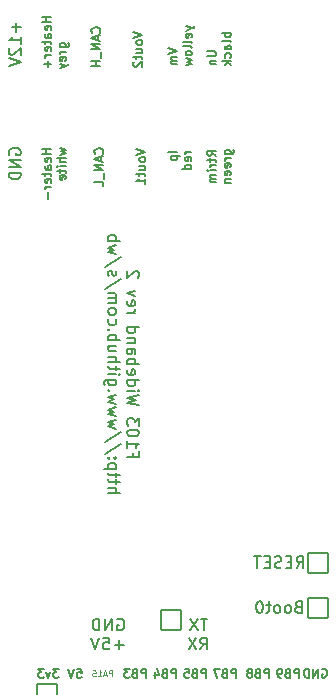
<source format=gbo>
G04 #@! TF.GenerationSoftware,KiCad,Pcbnew,6.0.4-6f826c9f35~116~ubuntu18.04.1*
G04 #@! TF.CreationDate,2022-04-10T17:08:25+03:00*
G04 #@! TF.ProjectId,wideband_controller,77696465-6261-46e6-945f-636f6e74726f,rev?*
G04 #@! TF.SameCoordinates,Original*
G04 #@! TF.FileFunction,Legend,Bot*
G04 #@! TF.FilePolarity,Positive*
%FSLAX46Y46*%
G04 Gerber Fmt 4.6, Leading zero omitted, Abs format (unit mm)*
G04 Created by KiCad (PCBNEW 6.0.4-6f826c9f35~116~ubuntu18.04.1) date 2022-04-10 17:08:25*
%MOMM*%
%LPD*%
G01*
G04 APERTURE LIST*
G04 Aperture macros list*
%AMRoundRect*
0 Rectangle with rounded corners*
0 $1 Rounding radius*
0 $2 $3 $4 $5 $6 $7 $8 $9 X,Y pos of 4 corners*
0 Add a 4 corners polygon primitive as box body*
4,1,4,$2,$3,$4,$5,$6,$7,$8,$9,$2,$3,0*
0 Add four circle primitives for the rounded corners*
1,1,$1+$1,$2,$3*
1,1,$1+$1,$4,$5*
1,1,$1+$1,$6,$7*
1,1,$1+$1,$8,$9*
0 Add four rect primitives between the rounded corners*
20,1,$1+$1,$2,$3,$4,$5,0*
20,1,$1+$1,$4,$5,$6,$7,0*
20,1,$1+$1,$6,$7,$8,$9,0*
20,1,$1+$1,$8,$9,$2,$3,0*%
G04 Aperture macros list end*
%ADD10C,0.150000*%
%ADD11C,0.127000*%
%ADD12C,0.100000*%
%ADD13C,4.098000*%
%ADD14C,2.248000*%
%ADD15RoundRect,0.049000X0.850000X0.850000X-0.850000X0.850000X-0.850000X-0.850000X0.850000X-0.850000X0*%
%ADD16C,2.878000*%
%ADD17RoundRect,0.049000X-0.850000X0.850000X-0.850000X-0.850000X0.850000X-0.850000X0.850000X0.850000X0*%
%ADD18O,1.798000X1.798000*%
%ADD19RoundRect,0.049000X0.850000X-0.850000X0.850000X0.850000X-0.850000X0.850000X-0.850000X-0.850000X0*%
G04 APERTURE END LIST*
D10*
X128359028Y-91064409D02*
X128359028Y-91397742D01*
X127835219Y-91397742D02*
X128835219Y-91397742D01*
X128835219Y-90921552D01*
X127835219Y-90016790D02*
X127835219Y-90588219D01*
X127835219Y-90302504D02*
X128835219Y-90302504D01*
X128692361Y-90397742D01*
X128597123Y-90492980D01*
X128549504Y-90588219D01*
X128835219Y-89397742D02*
X128835219Y-89302504D01*
X128787600Y-89207266D01*
X128739980Y-89159647D01*
X128644742Y-89112028D01*
X128454266Y-89064409D01*
X128216171Y-89064409D01*
X128025695Y-89112028D01*
X127930457Y-89159647D01*
X127882838Y-89207266D01*
X127835219Y-89302504D01*
X127835219Y-89397742D01*
X127882838Y-89492980D01*
X127930457Y-89540600D01*
X128025695Y-89588219D01*
X128216171Y-89635838D01*
X128454266Y-89635838D01*
X128644742Y-89588219D01*
X128739980Y-89540600D01*
X128787600Y-89492980D01*
X128835219Y-89397742D01*
X128835219Y-88731076D02*
X128835219Y-88112028D01*
X128454266Y-88445361D01*
X128454266Y-88302504D01*
X128406647Y-88207266D01*
X128359028Y-88159647D01*
X128263790Y-88112028D01*
X128025695Y-88112028D01*
X127930457Y-88159647D01*
X127882838Y-88207266D01*
X127835219Y-88302504D01*
X127835219Y-88588219D01*
X127882838Y-88683457D01*
X127930457Y-88731076D01*
X128835219Y-87016790D02*
X127835219Y-86778695D01*
X128549504Y-86588219D01*
X127835219Y-86397742D01*
X128835219Y-86159647D01*
X127835219Y-85778695D02*
X128501885Y-85778695D01*
X128835219Y-85778695D02*
X128787600Y-85826314D01*
X128739980Y-85778695D01*
X128787600Y-85731076D01*
X128835219Y-85778695D01*
X128739980Y-85778695D01*
X127835219Y-84873933D02*
X128835219Y-84873933D01*
X127882838Y-84873933D02*
X127835219Y-84969171D01*
X127835219Y-85159647D01*
X127882838Y-85254885D01*
X127930457Y-85302504D01*
X128025695Y-85350123D01*
X128311409Y-85350123D01*
X128406647Y-85302504D01*
X128454266Y-85254885D01*
X128501885Y-85159647D01*
X128501885Y-84969171D01*
X128454266Y-84873933D01*
X127882838Y-84016790D02*
X127835219Y-84112028D01*
X127835219Y-84302504D01*
X127882838Y-84397742D01*
X127978076Y-84445361D01*
X128359028Y-84445361D01*
X128454266Y-84397742D01*
X128501885Y-84302504D01*
X128501885Y-84112028D01*
X128454266Y-84016790D01*
X128359028Y-83969171D01*
X128263790Y-83969171D01*
X128168552Y-84445361D01*
X127835219Y-83540600D02*
X128835219Y-83540600D01*
X128454266Y-83540600D02*
X128501885Y-83445361D01*
X128501885Y-83254885D01*
X128454266Y-83159647D01*
X128406647Y-83112028D01*
X128311409Y-83064409D01*
X128025695Y-83064409D01*
X127930457Y-83112028D01*
X127882838Y-83159647D01*
X127835219Y-83254885D01*
X127835219Y-83445361D01*
X127882838Y-83540600D01*
X127835219Y-82207266D02*
X128359028Y-82207266D01*
X128454266Y-82254885D01*
X128501885Y-82350123D01*
X128501885Y-82540600D01*
X128454266Y-82635838D01*
X127882838Y-82207266D02*
X127835219Y-82302504D01*
X127835219Y-82540600D01*
X127882838Y-82635838D01*
X127978076Y-82683457D01*
X128073314Y-82683457D01*
X128168552Y-82635838D01*
X128216171Y-82540600D01*
X128216171Y-82302504D01*
X128263790Y-82207266D01*
X128501885Y-81731076D02*
X127835219Y-81731076D01*
X128406647Y-81731076D02*
X128454266Y-81683457D01*
X128501885Y-81588219D01*
X128501885Y-81445361D01*
X128454266Y-81350123D01*
X128359028Y-81302504D01*
X127835219Y-81302504D01*
X127835219Y-80397742D02*
X128835219Y-80397742D01*
X127882838Y-80397742D02*
X127835219Y-80492980D01*
X127835219Y-80683457D01*
X127882838Y-80778695D01*
X127930457Y-80826314D01*
X128025695Y-80873933D01*
X128311409Y-80873933D01*
X128406647Y-80826314D01*
X128454266Y-80778695D01*
X128501885Y-80683457D01*
X128501885Y-80492980D01*
X128454266Y-80397742D01*
X127835219Y-79159647D02*
X128501885Y-79159647D01*
X128311409Y-79159647D02*
X128406647Y-79112028D01*
X128454266Y-79064409D01*
X128501885Y-78969171D01*
X128501885Y-78873933D01*
X127882838Y-78159647D02*
X127835219Y-78254885D01*
X127835219Y-78445361D01*
X127882838Y-78540600D01*
X127978076Y-78588219D01*
X128359028Y-78588219D01*
X128454266Y-78540600D01*
X128501885Y-78445361D01*
X128501885Y-78254885D01*
X128454266Y-78159647D01*
X128359028Y-78112028D01*
X128263790Y-78112028D01*
X128168552Y-78588219D01*
X128501885Y-77778695D02*
X127835219Y-77540600D01*
X128501885Y-77302504D01*
X128739980Y-76207266D02*
X128787600Y-76159647D01*
X128835219Y-76064409D01*
X128835219Y-75826314D01*
X128787600Y-75731076D01*
X128739980Y-75683457D01*
X128644742Y-75635838D01*
X128549504Y-75635838D01*
X128406647Y-75683457D01*
X127835219Y-76254885D01*
X127835219Y-75635838D01*
X126225219Y-94421552D02*
X127225219Y-94421552D01*
X126225219Y-93992980D02*
X126749028Y-93992980D01*
X126844266Y-94040600D01*
X126891885Y-94135838D01*
X126891885Y-94278695D01*
X126844266Y-94373933D01*
X126796647Y-94421552D01*
X126891885Y-93659647D02*
X126891885Y-93278695D01*
X127225219Y-93516790D02*
X126368076Y-93516790D01*
X126272838Y-93469171D01*
X126225219Y-93373933D01*
X126225219Y-93278695D01*
X126891885Y-93088219D02*
X126891885Y-92707266D01*
X127225219Y-92945361D02*
X126368076Y-92945361D01*
X126272838Y-92897742D01*
X126225219Y-92802504D01*
X126225219Y-92707266D01*
X126891885Y-92373933D02*
X125891885Y-92373933D01*
X126844266Y-92373933D02*
X126891885Y-92278695D01*
X126891885Y-92088219D01*
X126844266Y-91992980D01*
X126796647Y-91945361D01*
X126701409Y-91897742D01*
X126415695Y-91897742D01*
X126320457Y-91945361D01*
X126272838Y-91992980D01*
X126225219Y-92088219D01*
X126225219Y-92278695D01*
X126272838Y-92373933D01*
X126320457Y-91469171D02*
X126272838Y-91421552D01*
X126225219Y-91469171D01*
X126272838Y-91516790D01*
X126320457Y-91469171D01*
X126225219Y-91469171D01*
X126844266Y-91469171D02*
X126796647Y-91421552D01*
X126749028Y-91469171D01*
X126796647Y-91516790D01*
X126844266Y-91469171D01*
X126749028Y-91469171D01*
X127272838Y-90278695D02*
X125987123Y-91135838D01*
X127272838Y-89231076D02*
X125987123Y-90088219D01*
X126891885Y-88992980D02*
X126225219Y-88802504D01*
X126701409Y-88612028D01*
X126225219Y-88421552D01*
X126891885Y-88231076D01*
X126891885Y-87945361D02*
X126225219Y-87754885D01*
X126701409Y-87564409D01*
X126225219Y-87373933D01*
X126891885Y-87183457D01*
X126891885Y-86897742D02*
X126225219Y-86707266D01*
X126701409Y-86516790D01*
X126225219Y-86326314D01*
X126891885Y-86135838D01*
X126320457Y-85754885D02*
X126272838Y-85707266D01*
X126225219Y-85754885D01*
X126272838Y-85802504D01*
X126320457Y-85754885D01*
X126225219Y-85754885D01*
X126891885Y-84850123D02*
X126082361Y-84850123D01*
X125987123Y-84897742D01*
X125939504Y-84945361D01*
X125891885Y-85040600D01*
X125891885Y-85183457D01*
X125939504Y-85278695D01*
X126272838Y-84850123D02*
X126225219Y-84945361D01*
X126225219Y-85135838D01*
X126272838Y-85231076D01*
X126320457Y-85278695D01*
X126415695Y-85326314D01*
X126701409Y-85326314D01*
X126796647Y-85278695D01*
X126844266Y-85231076D01*
X126891885Y-85135838D01*
X126891885Y-84945361D01*
X126844266Y-84850123D01*
X126225219Y-84373933D02*
X126891885Y-84373933D01*
X127225219Y-84373933D02*
X127177600Y-84421552D01*
X127129980Y-84373933D01*
X127177600Y-84326314D01*
X127225219Y-84373933D01*
X127129980Y-84373933D01*
X126891885Y-84040600D02*
X126891885Y-83659647D01*
X127225219Y-83897742D02*
X126368076Y-83897742D01*
X126272838Y-83850123D01*
X126225219Y-83754885D01*
X126225219Y-83659647D01*
X126225219Y-83326314D02*
X127225219Y-83326314D01*
X126225219Y-82897742D02*
X126749028Y-82897742D01*
X126844266Y-82945361D01*
X126891885Y-83040600D01*
X126891885Y-83183457D01*
X126844266Y-83278695D01*
X126796647Y-83326314D01*
X126891885Y-81992980D02*
X126225219Y-81992980D01*
X126891885Y-82421552D02*
X126368076Y-82421552D01*
X126272838Y-82373933D01*
X126225219Y-82278695D01*
X126225219Y-82135838D01*
X126272838Y-82040600D01*
X126320457Y-81992980D01*
X126225219Y-81516790D02*
X127225219Y-81516790D01*
X126844266Y-81516790D02*
X126891885Y-81421552D01*
X126891885Y-81231076D01*
X126844266Y-81135838D01*
X126796647Y-81088219D01*
X126701409Y-81040600D01*
X126415695Y-81040600D01*
X126320457Y-81088219D01*
X126272838Y-81135838D01*
X126225219Y-81231076D01*
X126225219Y-81421552D01*
X126272838Y-81516790D01*
X126320457Y-80612028D02*
X126272838Y-80564409D01*
X126225219Y-80612028D01*
X126272838Y-80659647D01*
X126320457Y-80612028D01*
X126225219Y-80612028D01*
X126272838Y-79707266D02*
X126225219Y-79802504D01*
X126225219Y-79992980D01*
X126272838Y-80088219D01*
X126320457Y-80135838D01*
X126415695Y-80183457D01*
X126701409Y-80183457D01*
X126796647Y-80135838D01*
X126844266Y-80088219D01*
X126891885Y-79992980D01*
X126891885Y-79802504D01*
X126844266Y-79707266D01*
X126225219Y-79135838D02*
X126272838Y-79231076D01*
X126320457Y-79278695D01*
X126415695Y-79326314D01*
X126701409Y-79326314D01*
X126796647Y-79278695D01*
X126844266Y-79231076D01*
X126891885Y-79135838D01*
X126891885Y-78992980D01*
X126844266Y-78897742D01*
X126796647Y-78850123D01*
X126701409Y-78802504D01*
X126415695Y-78802504D01*
X126320457Y-78850123D01*
X126272838Y-78897742D01*
X126225219Y-78992980D01*
X126225219Y-79135838D01*
X126225219Y-78373933D02*
X126891885Y-78373933D01*
X126796647Y-78373933D02*
X126844266Y-78326314D01*
X126891885Y-78231076D01*
X126891885Y-78088219D01*
X126844266Y-77992980D01*
X126749028Y-77945361D01*
X126225219Y-77945361D01*
X126749028Y-77945361D02*
X126844266Y-77897742D01*
X126891885Y-77802504D01*
X126891885Y-77659647D01*
X126844266Y-77564409D01*
X126749028Y-77516790D01*
X126225219Y-77516790D01*
X127272838Y-76326314D02*
X125987123Y-77183457D01*
X126272838Y-76040600D02*
X126225219Y-75945361D01*
X126225219Y-75754885D01*
X126272838Y-75659647D01*
X126368076Y-75612028D01*
X126415695Y-75612028D01*
X126510933Y-75659647D01*
X126558552Y-75754885D01*
X126558552Y-75897742D01*
X126606171Y-75992980D01*
X126701409Y-76040600D01*
X126749028Y-76040600D01*
X126844266Y-75992980D01*
X126891885Y-75897742D01*
X126891885Y-75754885D01*
X126844266Y-75659647D01*
X127272838Y-74469171D02*
X125987123Y-75326314D01*
X126891885Y-74231076D02*
X126225219Y-74040600D01*
X126701409Y-73850123D01*
X126225219Y-73659647D01*
X126891885Y-73469171D01*
X126225219Y-73088219D02*
X127225219Y-73088219D01*
X126844266Y-73088219D02*
X126891885Y-72992980D01*
X126891885Y-72802504D01*
X126844266Y-72707266D01*
X126796647Y-72659647D01*
X126701409Y-72612028D01*
X126415695Y-72612028D01*
X126320457Y-72659647D01*
X126272838Y-72707266D01*
X126225219Y-72802504D01*
X126225219Y-72992980D01*
X126272838Y-73088219D01*
D11*
X125748142Y-65713428D02*
X125784428Y-65677142D01*
X125820714Y-65568285D01*
X125820714Y-65495714D01*
X125784428Y-65386857D01*
X125711857Y-65314285D01*
X125639285Y-65278000D01*
X125494142Y-65241714D01*
X125385285Y-65241714D01*
X125240142Y-65278000D01*
X125167571Y-65314285D01*
X125095000Y-65386857D01*
X125058714Y-65495714D01*
X125058714Y-65568285D01*
X125095000Y-65677142D01*
X125131285Y-65713428D01*
X125603000Y-66003714D02*
X125603000Y-66366571D01*
X125820714Y-65931142D02*
X125058714Y-66185142D01*
X125820714Y-66439142D01*
X125820714Y-66693142D02*
X125058714Y-66693142D01*
X125820714Y-67128571D01*
X125058714Y-67128571D01*
X125893285Y-67310000D02*
X125893285Y-67890571D01*
X125820714Y-68434857D02*
X125820714Y-68072000D01*
X125058714Y-68072000D01*
X134605304Y-57031164D02*
X135222161Y-57031164D01*
X135294732Y-57067450D01*
X135331018Y-57103735D01*
X135367304Y-57176307D01*
X135367304Y-57321450D01*
X135331018Y-57394021D01*
X135294732Y-57430307D01*
X135222161Y-57466592D01*
X134605304Y-57466592D01*
X134859304Y-57829450D02*
X135367304Y-57829450D01*
X134931875Y-57829450D02*
X134895590Y-57865735D01*
X134859304Y-57938307D01*
X134859304Y-58047164D01*
X134895590Y-58119735D01*
X134968161Y-58156021D01*
X135367304Y-58156021D01*
X136594124Y-55470878D02*
X135832124Y-55470878D01*
X136122410Y-55470878D02*
X136086124Y-55543450D01*
X136086124Y-55688592D01*
X136122410Y-55761164D01*
X136158695Y-55797450D01*
X136231267Y-55833735D01*
X136448981Y-55833735D01*
X136521552Y-55797450D01*
X136557838Y-55761164D01*
X136594124Y-55688592D01*
X136594124Y-55543450D01*
X136557838Y-55470878D01*
X136594124Y-56269164D02*
X136557838Y-56196592D01*
X136485267Y-56160307D01*
X135832124Y-56160307D01*
X136594124Y-56886021D02*
X136194981Y-56886021D01*
X136122410Y-56849735D01*
X136086124Y-56777164D01*
X136086124Y-56632021D01*
X136122410Y-56559450D01*
X136557838Y-56886021D02*
X136594124Y-56813450D01*
X136594124Y-56632021D01*
X136557838Y-56559450D01*
X136485267Y-56523164D01*
X136412695Y-56523164D01*
X136340124Y-56559450D01*
X136303838Y-56632021D01*
X136303838Y-56813450D01*
X136267552Y-56886021D01*
X136557838Y-57575450D02*
X136594124Y-57502878D01*
X136594124Y-57357735D01*
X136557838Y-57285164D01*
X136521552Y-57248878D01*
X136448981Y-57212592D01*
X136231267Y-57212592D01*
X136158695Y-57248878D01*
X136122410Y-57285164D01*
X136086124Y-57357735D01*
X136086124Y-57502878D01*
X136122410Y-57575450D01*
X136594124Y-57902021D02*
X135832124Y-57902021D01*
X136303838Y-57974592D02*
X136594124Y-58192307D01*
X136086124Y-58192307D02*
X136376410Y-57902021D01*
D10*
X142311238Y-104068571D02*
X142168380Y-104116190D01*
X142120761Y-104163809D01*
X142073142Y-104259047D01*
X142073142Y-104401904D01*
X142120761Y-104497142D01*
X142168380Y-104544761D01*
X142263619Y-104592380D01*
X142644571Y-104592380D01*
X142644571Y-103592380D01*
X142311238Y-103592380D01*
X142216000Y-103640000D01*
X142168380Y-103687619D01*
X142120761Y-103782857D01*
X142120761Y-103878095D01*
X142168380Y-103973333D01*
X142216000Y-104020952D01*
X142311238Y-104068571D01*
X142644571Y-104068571D01*
X141501714Y-104592380D02*
X141596952Y-104544761D01*
X141644571Y-104497142D01*
X141692190Y-104401904D01*
X141692190Y-104116190D01*
X141644571Y-104020952D01*
X141596952Y-103973333D01*
X141501714Y-103925714D01*
X141358857Y-103925714D01*
X141263619Y-103973333D01*
X141216000Y-104020952D01*
X141168380Y-104116190D01*
X141168380Y-104401904D01*
X141216000Y-104497142D01*
X141263619Y-104544761D01*
X141358857Y-104592380D01*
X141501714Y-104592380D01*
X140596952Y-104592380D02*
X140692190Y-104544761D01*
X140739809Y-104497142D01*
X140787428Y-104401904D01*
X140787428Y-104116190D01*
X140739809Y-104020952D01*
X140692190Y-103973333D01*
X140596952Y-103925714D01*
X140454095Y-103925714D01*
X140358857Y-103973333D01*
X140311238Y-104020952D01*
X140263619Y-104116190D01*
X140263619Y-104401904D01*
X140311238Y-104497142D01*
X140358857Y-104544761D01*
X140454095Y-104592380D01*
X140596952Y-104592380D01*
X139977904Y-103925714D02*
X139596952Y-103925714D01*
X139835047Y-103592380D02*
X139835047Y-104449523D01*
X139787428Y-104544761D01*
X139692190Y-104592380D01*
X139596952Y-104592380D01*
X139073142Y-103592380D02*
X138977904Y-103592380D01*
X138882666Y-103640000D01*
X138835047Y-103687619D01*
X138787428Y-103782857D01*
X138739809Y-103973333D01*
X138739809Y-104211428D01*
X138787428Y-104401904D01*
X138835047Y-104497142D01*
X138882666Y-104544761D01*
X138977904Y-104592380D01*
X139073142Y-104592380D01*
X139168380Y-104544761D01*
X139216000Y-104497142D01*
X139263619Y-104401904D01*
X139311238Y-104211428D01*
X139311238Y-103973333D01*
X139263619Y-103782857D01*
X139216000Y-103687619D01*
X139168380Y-103640000D01*
X139073142Y-103592380D01*
X126999904Y-105121000D02*
X127095142Y-105073380D01*
X127238000Y-105073380D01*
X127380857Y-105121000D01*
X127476095Y-105216238D01*
X127523714Y-105311476D01*
X127571333Y-105501952D01*
X127571333Y-105644809D01*
X127523714Y-105835285D01*
X127476095Y-105930523D01*
X127380857Y-106025761D01*
X127238000Y-106073380D01*
X127142761Y-106073380D01*
X126999904Y-106025761D01*
X126952285Y-105978142D01*
X126952285Y-105644809D01*
X127142761Y-105644809D01*
X126523714Y-106073380D02*
X126523714Y-105073380D01*
X125952285Y-106073380D01*
X125952285Y-105073380D01*
X125476095Y-106073380D02*
X125476095Y-105073380D01*
X125238000Y-105073380D01*
X125095142Y-105121000D01*
X124999904Y-105216238D01*
X124952285Y-105311476D01*
X124904666Y-105501952D01*
X124904666Y-105644809D01*
X124952285Y-105835285D01*
X124999904Y-105930523D01*
X125095142Y-106025761D01*
X125238000Y-106073380D01*
X125476095Y-106073380D01*
X127523714Y-107302428D02*
X126761809Y-107302428D01*
X127142761Y-107683380D02*
X127142761Y-106921476D01*
X125809428Y-106683380D02*
X126285619Y-106683380D01*
X126333238Y-107159571D01*
X126285619Y-107111952D01*
X126190380Y-107064333D01*
X125952285Y-107064333D01*
X125857047Y-107111952D01*
X125809428Y-107159571D01*
X125761809Y-107254809D01*
X125761809Y-107492904D01*
X125809428Y-107588142D01*
X125857047Y-107635761D01*
X125952285Y-107683380D01*
X126190380Y-107683380D01*
X126285619Y-107635761D01*
X126333238Y-107588142D01*
X125476095Y-106683380D02*
X125142761Y-107683380D01*
X124809428Y-106683380D01*
D11*
X128360714Y-55372000D02*
X129122714Y-55626000D01*
X128360714Y-55880000D01*
X129122714Y-56242857D02*
X129086428Y-56170285D01*
X129050142Y-56134000D01*
X128977571Y-56097714D01*
X128759857Y-56097714D01*
X128687285Y-56134000D01*
X128651000Y-56170285D01*
X128614714Y-56242857D01*
X128614714Y-56351714D01*
X128651000Y-56424285D01*
X128687285Y-56460571D01*
X128759857Y-56496857D01*
X128977571Y-56496857D01*
X129050142Y-56460571D01*
X129086428Y-56424285D01*
X129122714Y-56351714D01*
X129122714Y-56242857D01*
X128614714Y-57150000D02*
X129122714Y-57150000D01*
X128614714Y-56823428D02*
X129013857Y-56823428D01*
X129086428Y-56859714D01*
X129122714Y-56932285D01*
X129122714Y-57041142D01*
X129086428Y-57113714D01*
X129050142Y-57150000D01*
X128614714Y-57404000D02*
X128614714Y-57694285D01*
X128360714Y-57512857D02*
X129013857Y-57512857D01*
X129086428Y-57549142D01*
X129122714Y-57621714D01*
X129122714Y-57694285D01*
X128433285Y-57912000D02*
X128397000Y-57948285D01*
X128360714Y-58020857D01*
X128360714Y-58202285D01*
X128397000Y-58274857D01*
X128433285Y-58311142D01*
X128505857Y-58347428D01*
X128578428Y-58347428D01*
X128687285Y-58311142D01*
X129122714Y-57875714D01*
X129122714Y-58347428D01*
D10*
X123584304Y-109324623D02*
X123935066Y-109324623D01*
X123970142Y-109675385D01*
X123935066Y-109640309D01*
X123864914Y-109605233D01*
X123689533Y-109605233D01*
X123619380Y-109640309D01*
X123584304Y-109675385D01*
X123549228Y-109745538D01*
X123549228Y-109920919D01*
X123584304Y-109991071D01*
X123619380Y-110026147D01*
X123689533Y-110061223D01*
X123864914Y-110061223D01*
X123935066Y-110026147D01*
X123970142Y-109991071D01*
X123338771Y-109324623D02*
X123093238Y-110061223D01*
X122847704Y-109324623D01*
X144325219Y-109359700D02*
X144395371Y-109324623D01*
X144500600Y-109324623D01*
X144605828Y-109359700D01*
X144675980Y-109429852D01*
X144711057Y-109500004D01*
X144746133Y-109640309D01*
X144746133Y-109745538D01*
X144711057Y-109885842D01*
X144675980Y-109955995D01*
X144605828Y-110026147D01*
X144500600Y-110061223D01*
X144430447Y-110061223D01*
X144325219Y-110026147D01*
X144290142Y-109991071D01*
X144290142Y-109745538D01*
X144430447Y-109745538D01*
X143974457Y-110061223D02*
X143974457Y-109324623D01*
X143553542Y-110061223D01*
X143553542Y-109324623D01*
X143202780Y-110061223D02*
X143202780Y-109324623D01*
X143027400Y-109324623D01*
X142922171Y-109359700D01*
X142852019Y-109429852D01*
X142816942Y-109500004D01*
X142781866Y-109640309D01*
X142781866Y-109745538D01*
X142816942Y-109885842D01*
X142852019Y-109955995D01*
X142922171Y-110026147D01*
X143027400Y-110061223D01*
X143202780Y-110061223D01*
D12*
X126551428Y-109954190D02*
X126551428Y-109454190D01*
X126360952Y-109454190D01*
X126313333Y-109478000D01*
X126289523Y-109501809D01*
X126265714Y-109549428D01*
X126265714Y-109620857D01*
X126289523Y-109668476D01*
X126313333Y-109692285D01*
X126360952Y-109716095D01*
X126551428Y-109716095D01*
X126075238Y-109811333D02*
X125837142Y-109811333D01*
X126122857Y-109954190D02*
X125956190Y-109454190D01*
X125789523Y-109954190D01*
X125360952Y-109954190D02*
X125646666Y-109954190D01*
X125503809Y-109954190D02*
X125503809Y-109454190D01*
X125551428Y-109525619D01*
X125599047Y-109573238D01*
X125646666Y-109597047D01*
X124908571Y-109454190D02*
X125146666Y-109454190D01*
X125170476Y-109692285D01*
X125146666Y-109668476D01*
X125099047Y-109644666D01*
X124980000Y-109644666D01*
X124932380Y-109668476D01*
X124908571Y-109692285D01*
X124884761Y-109739904D01*
X124884761Y-109858952D01*
X124908571Y-109906571D01*
X124932380Y-109930380D01*
X124980000Y-109954190D01*
X125099047Y-109954190D01*
X125146666Y-109930380D01*
X125170476Y-109906571D01*
D11*
X131303304Y-56740878D02*
X132065304Y-56994878D01*
X131303304Y-57248878D01*
X132065304Y-57502878D02*
X131557304Y-57502878D01*
X131629875Y-57502878D02*
X131593590Y-57539164D01*
X131557304Y-57611735D01*
X131557304Y-57720592D01*
X131593590Y-57793164D01*
X131666161Y-57829450D01*
X132065304Y-57829450D01*
X131666161Y-57829450D02*
X131593590Y-57865735D01*
X131557304Y-57938307D01*
X131557304Y-58047164D01*
X131593590Y-58119735D01*
X131666161Y-58156021D01*
X132065304Y-58156021D01*
X132784124Y-54926592D02*
X133292124Y-55108021D01*
X132784124Y-55289450D02*
X133292124Y-55108021D01*
X133473552Y-55035450D01*
X133509838Y-54999164D01*
X133546124Y-54926592D01*
X133255838Y-55870021D02*
X133292124Y-55797450D01*
X133292124Y-55652307D01*
X133255838Y-55579735D01*
X133183267Y-55543450D01*
X132892981Y-55543450D01*
X132820410Y-55579735D01*
X132784124Y-55652307D01*
X132784124Y-55797450D01*
X132820410Y-55870021D01*
X132892981Y-55906307D01*
X132965552Y-55906307D01*
X133038124Y-55543450D01*
X133292124Y-56341735D02*
X133255838Y-56269164D01*
X133183267Y-56232878D01*
X132530124Y-56232878D01*
X133292124Y-56740878D02*
X133255838Y-56668307D01*
X133183267Y-56632021D01*
X132530124Y-56632021D01*
X133292124Y-57140021D02*
X133255838Y-57067450D01*
X133219552Y-57031164D01*
X133146981Y-56994878D01*
X132929267Y-56994878D01*
X132856695Y-57031164D01*
X132820410Y-57067450D01*
X132784124Y-57140021D01*
X132784124Y-57248878D01*
X132820410Y-57321450D01*
X132856695Y-57357735D01*
X132929267Y-57394021D01*
X133146981Y-57394021D01*
X133219552Y-57357735D01*
X133255838Y-57321450D01*
X133292124Y-57248878D01*
X133292124Y-57140021D01*
X132784124Y-57648021D02*
X133292124Y-57793164D01*
X132929267Y-57938307D01*
X133292124Y-58083450D01*
X132784124Y-58228592D01*
X125494142Y-55462714D02*
X125530428Y-55426428D01*
X125566714Y-55317571D01*
X125566714Y-55245000D01*
X125530428Y-55136142D01*
X125457857Y-55063571D01*
X125385285Y-55027285D01*
X125240142Y-54991000D01*
X125131285Y-54991000D01*
X124986142Y-55027285D01*
X124913571Y-55063571D01*
X124841000Y-55136142D01*
X124804714Y-55245000D01*
X124804714Y-55317571D01*
X124841000Y-55426428D01*
X124877285Y-55462714D01*
X125349000Y-55753000D02*
X125349000Y-56115857D01*
X125566714Y-55680428D02*
X124804714Y-55934428D01*
X125566714Y-56188428D01*
X125566714Y-56442428D02*
X124804714Y-56442428D01*
X125566714Y-56877857D01*
X124804714Y-56877857D01*
X125639285Y-57059285D02*
X125639285Y-57639857D01*
X125566714Y-57821285D02*
X124804714Y-57821285D01*
X125167571Y-57821285D02*
X125167571Y-58256714D01*
X125566714Y-58256714D02*
X124804714Y-58256714D01*
X121397304Y-54128307D02*
X120635304Y-54128307D01*
X120998161Y-54128307D02*
X120998161Y-54563735D01*
X121397304Y-54563735D02*
X120635304Y-54563735D01*
X121361018Y-55216878D02*
X121397304Y-55144307D01*
X121397304Y-54999164D01*
X121361018Y-54926592D01*
X121288447Y-54890307D01*
X120998161Y-54890307D01*
X120925590Y-54926592D01*
X120889304Y-54999164D01*
X120889304Y-55144307D01*
X120925590Y-55216878D01*
X120998161Y-55253164D01*
X121070732Y-55253164D01*
X121143304Y-54890307D01*
X121397304Y-55906307D02*
X120998161Y-55906307D01*
X120925590Y-55870021D01*
X120889304Y-55797450D01*
X120889304Y-55652307D01*
X120925590Y-55579735D01*
X121361018Y-55906307D02*
X121397304Y-55833735D01*
X121397304Y-55652307D01*
X121361018Y-55579735D01*
X121288447Y-55543450D01*
X121215875Y-55543450D01*
X121143304Y-55579735D01*
X121107018Y-55652307D01*
X121107018Y-55833735D01*
X121070732Y-55906307D01*
X120889304Y-56160307D02*
X120889304Y-56450592D01*
X120635304Y-56269164D02*
X121288447Y-56269164D01*
X121361018Y-56305450D01*
X121397304Y-56378021D01*
X121397304Y-56450592D01*
X121361018Y-56994878D02*
X121397304Y-56922307D01*
X121397304Y-56777164D01*
X121361018Y-56704592D01*
X121288447Y-56668307D01*
X120998161Y-56668307D01*
X120925590Y-56704592D01*
X120889304Y-56777164D01*
X120889304Y-56922307D01*
X120925590Y-56994878D01*
X120998161Y-57031164D01*
X121070732Y-57031164D01*
X121143304Y-56668307D01*
X121397304Y-57357735D02*
X120889304Y-57357735D01*
X121034447Y-57357735D02*
X120961875Y-57394021D01*
X120925590Y-57430307D01*
X120889304Y-57502878D01*
X120889304Y-57575450D01*
X121107018Y-57829450D02*
X121107018Y-58410021D01*
X121397304Y-58119735D02*
X120816732Y-58119735D01*
X122116124Y-56704592D02*
X122732981Y-56704592D01*
X122805552Y-56668307D01*
X122841838Y-56632021D01*
X122878124Y-56559450D01*
X122878124Y-56450592D01*
X122841838Y-56378021D01*
X122587838Y-56704592D02*
X122624124Y-56632021D01*
X122624124Y-56486878D01*
X122587838Y-56414307D01*
X122551552Y-56378021D01*
X122478981Y-56341735D01*
X122261267Y-56341735D01*
X122188695Y-56378021D01*
X122152410Y-56414307D01*
X122116124Y-56486878D01*
X122116124Y-56632021D01*
X122152410Y-56704592D01*
X122624124Y-57067450D02*
X122116124Y-57067450D01*
X122261267Y-57067450D02*
X122188695Y-57103735D01*
X122152410Y-57140021D01*
X122116124Y-57212592D01*
X122116124Y-57285164D01*
X122587838Y-57829450D02*
X122624124Y-57756878D01*
X122624124Y-57611735D01*
X122587838Y-57539164D01*
X122515267Y-57502878D01*
X122224981Y-57502878D01*
X122152410Y-57539164D01*
X122116124Y-57611735D01*
X122116124Y-57756878D01*
X122152410Y-57829450D01*
X122224981Y-57865735D01*
X122297552Y-57865735D01*
X122370124Y-57502878D01*
X122116124Y-58119735D02*
X122624124Y-58301164D01*
X122116124Y-58482592D02*
X122624124Y-58301164D01*
X122805552Y-58228592D01*
X122841838Y-58192307D01*
X122878124Y-58119735D01*
D10*
X117864000Y-65786095D02*
X117816380Y-65690857D01*
X117816380Y-65548000D01*
X117864000Y-65405142D01*
X117959238Y-65309904D01*
X118054476Y-65262285D01*
X118244952Y-65214666D01*
X118387809Y-65214666D01*
X118578285Y-65262285D01*
X118673523Y-65309904D01*
X118768761Y-65405142D01*
X118816380Y-65548000D01*
X118816380Y-65643238D01*
X118768761Y-65786095D01*
X118721142Y-65833714D01*
X118387809Y-65833714D01*
X118387809Y-65643238D01*
X118816380Y-66262285D02*
X117816380Y-66262285D01*
X118816380Y-66833714D01*
X117816380Y-66833714D01*
X118816380Y-67309904D02*
X117816380Y-67309904D01*
X117816380Y-67548000D01*
X117864000Y-67690857D01*
X117959238Y-67786095D01*
X118054476Y-67833714D01*
X118244952Y-67881333D01*
X118387809Y-67881333D01*
X118578285Y-67833714D01*
X118673523Y-67786095D01*
X118768761Y-67690857D01*
X118816380Y-67548000D01*
X118816380Y-67309904D01*
X134619904Y-105073380D02*
X134048476Y-105073380D01*
X134334190Y-106073380D02*
X134334190Y-105073380D01*
X133810380Y-105073380D02*
X133143714Y-106073380D01*
X133143714Y-105073380D02*
X133810380Y-106073380D01*
X134024666Y-107683380D02*
X134358000Y-107207190D01*
X134596095Y-107683380D02*
X134596095Y-106683380D01*
X134215142Y-106683380D01*
X134119904Y-106731000D01*
X134072285Y-106778619D01*
X134024666Y-106873857D01*
X134024666Y-107016714D01*
X134072285Y-107111952D01*
X134119904Y-107159571D01*
X134215142Y-107207190D01*
X134596095Y-107207190D01*
X133691333Y-106683380D02*
X133024666Y-107683380D01*
X133024666Y-106683380D02*
X133691333Y-107683380D01*
D11*
X135367304Y-65894857D02*
X135004447Y-65640857D01*
X135367304Y-65459428D02*
X134605304Y-65459428D01*
X134605304Y-65749714D01*
X134641590Y-65822285D01*
X134677875Y-65858571D01*
X134750447Y-65894857D01*
X134859304Y-65894857D01*
X134931875Y-65858571D01*
X134968161Y-65822285D01*
X135004447Y-65749714D01*
X135004447Y-65459428D01*
X134859304Y-66112571D02*
X134859304Y-66402857D01*
X134605304Y-66221428D02*
X135258447Y-66221428D01*
X135331018Y-66257714D01*
X135367304Y-66330285D01*
X135367304Y-66402857D01*
X135367304Y-66656857D02*
X134859304Y-66656857D01*
X135004447Y-66656857D02*
X134931875Y-66693142D01*
X134895590Y-66729428D01*
X134859304Y-66802000D01*
X134859304Y-66874571D01*
X135367304Y-67128571D02*
X134859304Y-67128571D01*
X134605304Y-67128571D02*
X134641590Y-67092285D01*
X134677875Y-67128571D01*
X134641590Y-67164857D01*
X134605304Y-67128571D01*
X134677875Y-67128571D01*
X135367304Y-67491428D02*
X134859304Y-67491428D01*
X134931875Y-67491428D02*
X134895590Y-67527714D01*
X134859304Y-67600285D01*
X134859304Y-67709142D01*
X134895590Y-67781714D01*
X134968161Y-67818000D01*
X135367304Y-67818000D01*
X134968161Y-67818000D02*
X134895590Y-67854285D01*
X134859304Y-67926857D01*
X134859304Y-68035714D01*
X134895590Y-68108285D01*
X134968161Y-68144571D01*
X135367304Y-68144571D01*
X136086124Y-65731571D02*
X136702981Y-65731571D01*
X136775552Y-65695285D01*
X136811838Y-65659000D01*
X136848124Y-65586428D01*
X136848124Y-65477571D01*
X136811838Y-65405000D01*
X136557838Y-65731571D02*
X136594124Y-65659000D01*
X136594124Y-65513857D01*
X136557838Y-65441285D01*
X136521552Y-65405000D01*
X136448981Y-65368714D01*
X136231267Y-65368714D01*
X136158695Y-65405000D01*
X136122410Y-65441285D01*
X136086124Y-65513857D01*
X136086124Y-65659000D01*
X136122410Y-65731571D01*
X136594124Y-66094428D02*
X136086124Y-66094428D01*
X136231267Y-66094428D02*
X136158695Y-66130714D01*
X136122410Y-66167000D01*
X136086124Y-66239571D01*
X136086124Y-66312142D01*
X136557838Y-66856428D02*
X136594124Y-66783857D01*
X136594124Y-66638714D01*
X136557838Y-66566142D01*
X136485267Y-66529857D01*
X136194981Y-66529857D01*
X136122410Y-66566142D01*
X136086124Y-66638714D01*
X136086124Y-66783857D01*
X136122410Y-66856428D01*
X136194981Y-66892714D01*
X136267552Y-66892714D01*
X136340124Y-66529857D01*
X136557838Y-67509571D02*
X136594124Y-67437000D01*
X136594124Y-67291857D01*
X136557838Y-67219285D01*
X136485267Y-67183000D01*
X136194981Y-67183000D01*
X136122410Y-67219285D01*
X136086124Y-67291857D01*
X136086124Y-67437000D01*
X136122410Y-67509571D01*
X136194981Y-67545857D01*
X136267552Y-67545857D01*
X136340124Y-67183000D01*
X136086124Y-67872428D02*
X136594124Y-67872428D01*
X136158695Y-67872428D02*
X136122410Y-67908714D01*
X136086124Y-67981285D01*
X136086124Y-68090142D01*
X136122410Y-68162714D01*
X136194981Y-68199000D01*
X136594124Y-68199000D01*
D10*
X122034904Y-109324623D02*
X121578914Y-109324623D01*
X121824447Y-109605233D01*
X121719219Y-109605233D01*
X121649066Y-109640309D01*
X121613990Y-109675385D01*
X121578914Y-109745538D01*
X121578914Y-109920919D01*
X121613990Y-109991071D01*
X121649066Y-110026147D01*
X121719219Y-110061223D01*
X121929676Y-110061223D01*
X121999828Y-110026147D01*
X122034904Y-109991071D01*
X121333380Y-109570157D02*
X121158000Y-110061223D01*
X120982619Y-109570157D01*
X120772161Y-109324623D02*
X120316171Y-109324623D01*
X120561704Y-109605233D01*
X120456476Y-109605233D01*
X120386323Y-109640309D01*
X120351247Y-109675385D01*
X120316171Y-109745538D01*
X120316171Y-109920919D01*
X120351247Y-109991071D01*
X120386323Y-110026147D01*
X120456476Y-110061223D01*
X120666933Y-110061223D01*
X120737085Y-110026147D01*
X120772161Y-109991071D01*
X139849980Y-110061223D02*
X139849980Y-109324623D01*
X139569371Y-109324623D01*
X139499219Y-109359700D01*
X139464142Y-109394776D01*
X139429066Y-109464928D01*
X139429066Y-109570157D01*
X139464142Y-109640309D01*
X139499219Y-109675385D01*
X139569371Y-109710461D01*
X139849980Y-109710461D01*
X138867847Y-109675385D02*
X138762619Y-109710461D01*
X138727542Y-109745538D01*
X138692466Y-109815690D01*
X138692466Y-109920919D01*
X138727542Y-109991071D01*
X138762619Y-110026147D01*
X138832771Y-110061223D01*
X139113380Y-110061223D01*
X139113380Y-109324623D01*
X138867847Y-109324623D01*
X138797695Y-109359700D01*
X138762619Y-109394776D01*
X138727542Y-109464928D01*
X138727542Y-109535080D01*
X138762619Y-109605233D01*
X138797695Y-109640309D01*
X138867847Y-109675385D01*
X139113380Y-109675385D01*
X138271552Y-109640309D02*
X138341704Y-109605233D01*
X138376780Y-109570157D01*
X138411857Y-109500004D01*
X138411857Y-109464928D01*
X138376780Y-109394776D01*
X138341704Y-109359700D01*
X138271552Y-109324623D01*
X138131247Y-109324623D01*
X138061095Y-109359700D01*
X138026019Y-109394776D01*
X137990942Y-109464928D01*
X137990942Y-109500004D01*
X138026019Y-109570157D01*
X138061095Y-109605233D01*
X138131247Y-109640309D01*
X138271552Y-109640309D01*
X138341704Y-109675385D01*
X138376780Y-109710461D01*
X138411857Y-109780614D01*
X138411857Y-109920919D01*
X138376780Y-109991071D01*
X138341704Y-110026147D01*
X138271552Y-110061223D01*
X138131247Y-110061223D01*
X138061095Y-110026147D01*
X138026019Y-109991071D01*
X137990942Y-109920919D01*
X137990942Y-109780614D01*
X138026019Y-109710461D01*
X138061095Y-109675385D01*
X138131247Y-109640309D01*
D11*
X132039904Y-65541978D02*
X131277904Y-65541978D01*
X131531904Y-65904835D02*
X132293904Y-65904835D01*
X131568190Y-65904835D02*
X131531904Y-65977407D01*
X131531904Y-66122550D01*
X131568190Y-66195121D01*
X131604475Y-66231407D01*
X131677047Y-66267692D01*
X131894761Y-66267692D01*
X131967332Y-66231407D01*
X132003618Y-66195121D01*
X132039904Y-66122550D01*
X132039904Y-65977407D01*
X132003618Y-65904835D01*
X133266724Y-65541978D02*
X132758724Y-65541978D01*
X132903867Y-65541978D02*
X132831295Y-65578264D01*
X132795010Y-65614550D01*
X132758724Y-65687121D01*
X132758724Y-65759692D01*
X133230438Y-66303978D02*
X133266724Y-66231407D01*
X133266724Y-66086264D01*
X133230438Y-66013692D01*
X133157867Y-65977407D01*
X132867581Y-65977407D01*
X132795010Y-66013692D01*
X132758724Y-66086264D01*
X132758724Y-66231407D01*
X132795010Y-66303978D01*
X132867581Y-66340264D01*
X132940152Y-66340264D01*
X133012724Y-65977407D01*
X133266724Y-66993407D02*
X132504724Y-66993407D01*
X133230438Y-66993407D02*
X133266724Y-66920835D01*
X133266724Y-66775692D01*
X133230438Y-66703121D01*
X133194152Y-66666835D01*
X133121581Y-66630550D01*
X132903867Y-66630550D01*
X132831295Y-66666835D01*
X132795010Y-66703121D01*
X132758724Y-66775692D01*
X132758724Y-66920835D01*
X132795010Y-66993407D01*
D10*
X118435428Y-54626095D02*
X118435428Y-55388000D01*
X118816380Y-55007047D02*
X118054476Y-55007047D01*
X118816380Y-56388000D02*
X118816380Y-55816571D01*
X118816380Y-56102285D02*
X117816380Y-56102285D01*
X117959238Y-56007047D01*
X118054476Y-55911809D01*
X118102095Y-55816571D01*
X117911619Y-56768952D02*
X117864000Y-56816571D01*
X117816380Y-56911809D01*
X117816380Y-57149904D01*
X117864000Y-57245142D01*
X117911619Y-57292761D01*
X118006857Y-57340380D01*
X118102095Y-57340380D01*
X118244952Y-57292761D01*
X118816380Y-56721333D01*
X118816380Y-57340380D01*
X117816380Y-57626095D02*
X118816380Y-57959428D01*
X117816380Y-58292761D01*
X131975980Y-110061223D02*
X131975980Y-109324623D01*
X131695371Y-109324623D01*
X131625219Y-109359700D01*
X131590142Y-109394776D01*
X131555066Y-109464928D01*
X131555066Y-109570157D01*
X131590142Y-109640309D01*
X131625219Y-109675385D01*
X131695371Y-109710461D01*
X131975980Y-109710461D01*
X130993847Y-109675385D02*
X130888619Y-109710461D01*
X130853542Y-109745538D01*
X130818466Y-109815690D01*
X130818466Y-109920919D01*
X130853542Y-109991071D01*
X130888619Y-110026147D01*
X130958771Y-110061223D01*
X131239380Y-110061223D01*
X131239380Y-109324623D01*
X130993847Y-109324623D01*
X130923695Y-109359700D01*
X130888619Y-109394776D01*
X130853542Y-109464928D01*
X130853542Y-109535080D01*
X130888619Y-109605233D01*
X130923695Y-109640309D01*
X130993847Y-109675385D01*
X131239380Y-109675385D01*
X130187095Y-109570157D02*
X130187095Y-110061223D01*
X130362476Y-109289547D02*
X130537857Y-109815690D01*
X130081866Y-109815690D01*
D11*
X128614714Y-65278000D02*
X129376714Y-65532000D01*
X128614714Y-65786000D01*
X129376714Y-66148857D02*
X129340428Y-66076285D01*
X129304142Y-66040000D01*
X129231571Y-66003714D01*
X129013857Y-66003714D01*
X128941285Y-66040000D01*
X128905000Y-66076285D01*
X128868714Y-66148857D01*
X128868714Y-66257714D01*
X128905000Y-66330285D01*
X128941285Y-66366571D01*
X129013857Y-66402857D01*
X129231571Y-66402857D01*
X129304142Y-66366571D01*
X129340428Y-66330285D01*
X129376714Y-66257714D01*
X129376714Y-66148857D01*
X128868714Y-67056000D02*
X129376714Y-67056000D01*
X128868714Y-66729428D02*
X129267857Y-66729428D01*
X129340428Y-66765714D01*
X129376714Y-66838285D01*
X129376714Y-66947142D01*
X129340428Y-67019714D01*
X129304142Y-67056000D01*
X128868714Y-67310000D02*
X128868714Y-67600285D01*
X128614714Y-67418857D02*
X129267857Y-67418857D01*
X129340428Y-67455142D01*
X129376714Y-67527714D01*
X129376714Y-67600285D01*
X129376714Y-68253428D02*
X129376714Y-67818000D01*
X129376714Y-68035714D02*
X128614714Y-68035714D01*
X128723571Y-67963142D01*
X128796142Y-67890571D01*
X128832428Y-67818000D01*
D10*
X134515980Y-110061223D02*
X134515980Y-109324623D01*
X134235371Y-109324623D01*
X134165219Y-109359700D01*
X134130142Y-109394776D01*
X134095066Y-109464928D01*
X134095066Y-109570157D01*
X134130142Y-109640309D01*
X134165219Y-109675385D01*
X134235371Y-109710461D01*
X134515980Y-109710461D01*
X133533847Y-109675385D02*
X133428619Y-109710461D01*
X133393542Y-109745538D01*
X133358466Y-109815690D01*
X133358466Y-109920919D01*
X133393542Y-109991071D01*
X133428619Y-110026147D01*
X133498771Y-110061223D01*
X133779380Y-110061223D01*
X133779380Y-109324623D01*
X133533847Y-109324623D01*
X133463695Y-109359700D01*
X133428619Y-109394776D01*
X133393542Y-109464928D01*
X133393542Y-109535080D01*
X133428619Y-109605233D01*
X133463695Y-109640309D01*
X133533847Y-109675385D01*
X133779380Y-109675385D01*
X132692019Y-109324623D02*
X133042780Y-109324623D01*
X133077857Y-109675385D01*
X133042780Y-109640309D01*
X132972628Y-109605233D01*
X132797247Y-109605233D01*
X132727095Y-109640309D01*
X132692019Y-109675385D01*
X132656942Y-109745538D01*
X132656942Y-109920919D01*
X132692019Y-109991071D01*
X132727095Y-110026147D01*
X132797247Y-110061223D01*
X132972628Y-110061223D01*
X133042780Y-110026147D01*
X133077857Y-109991071D01*
X129435980Y-110061223D02*
X129435980Y-109324623D01*
X129155371Y-109324623D01*
X129085219Y-109359700D01*
X129050142Y-109394776D01*
X129015066Y-109464928D01*
X129015066Y-109570157D01*
X129050142Y-109640309D01*
X129085219Y-109675385D01*
X129155371Y-109710461D01*
X129435980Y-109710461D01*
X128453847Y-109675385D02*
X128348619Y-109710461D01*
X128313542Y-109745538D01*
X128278466Y-109815690D01*
X128278466Y-109920919D01*
X128313542Y-109991071D01*
X128348619Y-110026147D01*
X128418771Y-110061223D01*
X128699380Y-110061223D01*
X128699380Y-109324623D01*
X128453847Y-109324623D01*
X128383695Y-109359700D01*
X128348619Y-109394776D01*
X128313542Y-109464928D01*
X128313542Y-109535080D01*
X128348619Y-109605233D01*
X128383695Y-109640309D01*
X128453847Y-109675385D01*
X128699380Y-109675385D01*
X128032933Y-109324623D02*
X127576942Y-109324623D01*
X127822476Y-109605233D01*
X127717247Y-109605233D01*
X127647095Y-109640309D01*
X127612019Y-109675385D01*
X127576942Y-109745538D01*
X127576942Y-109920919D01*
X127612019Y-109991071D01*
X127647095Y-110026147D01*
X127717247Y-110061223D01*
X127927704Y-110061223D01*
X127997857Y-110026147D01*
X128032933Y-109991071D01*
X142168380Y-100782380D02*
X142501714Y-100306190D01*
X142739809Y-100782380D02*
X142739809Y-99782380D01*
X142358857Y-99782380D01*
X142263619Y-99830000D01*
X142216000Y-99877619D01*
X142168380Y-99972857D01*
X142168380Y-100115714D01*
X142216000Y-100210952D01*
X142263619Y-100258571D01*
X142358857Y-100306190D01*
X142739809Y-100306190D01*
X141739809Y-100258571D02*
X141406476Y-100258571D01*
X141263619Y-100782380D02*
X141739809Y-100782380D01*
X141739809Y-99782380D01*
X141263619Y-99782380D01*
X140882666Y-100734761D02*
X140739809Y-100782380D01*
X140501714Y-100782380D01*
X140406476Y-100734761D01*
X140358857Y-100687142D01*
X140311238Y-100591904D01*
X140311238Y-100496666D01*
X140358857Y-100401428D01*
X140406476Y-100353809D01*
X140501714Y-100306190D01*
X140692190Y-100258571D01*
X140787428Y-100210952D01*
X140835047Y-100163333D01*
X140882666Y-100068095D01*
X140882666Y-99972857D01*
X140835047Y-99877619D01*
X140787428Y-99830000D01*
X140692190Y-99782380D01*
X140454095Y-99782380D01*
X140311238Y-99830000D01*
X139882666Y-100258571D02*
X139549333Y-100258571D01*
X139406476Y-100782380D02*
X139882666Y-100782380D01*
X139882666Y-99782380D01*
X139406476Y-99782380D01*
X139120761Y-99782380D02*
X138549333Y-99782380D01*
X138835047Y-100782380D02*
X138835047Y-99782380D01*
X137055980Y-110061223D02*
X137055980Y-109324623D01*
X136775371Y-109324623D01*
X136705219Y-109359700D01*
X136670142Y-109394776D01*
X136635066Y-109464928D01*
X136635066Y-109570157D01*
X136670142Y-109640309D01*
X136705219Y-109675385D01*
X136775371Y-109710461D01*
X137055980Y-109710461D01*
X136073847Y-109675385D02*
X135968619Y-109710461D01*
X135933542Y-109745538D01*
X135898466Y-109815690D01*
X135898466Y-109920919D01*
X135933542Y-109991071D01*
X135968619Y-110026147D01*
X136038771Y-110061223D01*
X136319380Y-110061223D01*
X136319380Y-109324623D01*
X136073847Y-109324623D01*
X136003695Y-109359700D01*
X135968619Y-109394776D01*
X135933542Y-109464928D01*
X135933542Y-109535080D01*
X135968619Y-109605233D01*
X136003695Y-109640309D01*
X136073847Y-109675385D01*
X136319380Y-109675385D01*
X135652933Y-109324623D02*
X135161866Y-109324623D01*
X135477552Y-110061223D01*
X142389980Y-110061223D02*
X142389980Y-109324623D01*
X142109371Y-109324623D01*
X142039219Y-109359700D01*
X142004142Y-109394776D01*
X141969066Y-109464928D01*
X141969066Y-109570157D01*
X142004142Y-109640309D01*
X142039219Y-109675385D01*
X142109371Y-109710461D01*
X142389980Y-109710461D01*
X141407847Y-109675385D02*
X141302619Y-109710461D01*
X141267542Y-109745538D01*
X141232466Y-109815690D01*
X141232466Y-109920919D01*
X141267542Y-109991071D01*
X141302619Y-110026147D01*
X141372771Y-110061223D01*
X141653380Y-110061223D01*
X141653380Y-109324623D01*
X141407847Y-109324623D01*
X141337695Y-109359700D01*
X141302619Y-109394776D01*
X141267542Y-109464928D01*
X141267542Y-109535080D01*
X141302619Y-109605233D01*
X141337695Y-109640309D01*
X141407847Y-109675385D01*
X141653380Y-109675385D01*
X140881704Y-110061223D02*
X140741400Y-110061223D01*
X140671247Y-110026147D01*
X140636171Y-109991071D01*
X140566019Y-109885842D01*
X140530942Y-109745538D01*
X140530942Y-109464928D01*
X140566019Y-109394776D01*
X140601095Y-109359700D01*
X140671247Y-109324623D01*
X140811552Y-109324623D01*
X140881704Y-109359700D01*
X140916780Y-109394776D01*
X140951857Y-109464928D01*
X140951857Y-109640309D01*
X140916780Y-109710461D01*
X140881704Y-109745538D01*
X140811552Y-109780614D01*
X140671247Y-109780614D01*
X140601095Y-109745538D01*
X140566019Y-109710461D01*
X140530942Y-109640309D01*
D11*
X121397304Y-65287978D02*
X120635304Y-65287978D01*
X120998161Y-65287978D02*
X120998161Y-65723407D01*
X121397304Y-65723407D02*
X120635304Y-65723407D01*
X121361018Y-66376550D02*
X121397304Y-66303978D01*
X121397304Y-66158835D01*
X121361018Y-66086264D01*
X121288447Y-66049978D01*
X120998161Y-66049978D01*
X120925590Y-66086264D01*
X120889304Y-66158835D01*
X120889304Y-66303978D01*
X120925590Y-66376550D01*
X120998161Y-66412835D01*
X121070732Y-66412835D01*
X121143304Y-66049978D01*
X121397304Y-67065978D02*
X120998161Y-67065978D01*
X120925590Y-67029692D01*
X120889304Y-66957121D01*
X120889304Y-66811978D01*
X120925590Y-66739407D01*
X121361018Y-67065978D02*
X121397304Y-66993407D01*
X121397304Y-66811978D01*
X121361018Y-66739407D01*
X121288447Y-66703121D01*
X121215875Y-66703121D01*
X121143304Y-66739407D01*
X121107018Y-66811978D01*
X121107018Y-66993407D01*
X121070732Y-67065978D01*
X120889304Y-67319978D02*
X120889304Y-67610264D01*
X120635304Y-67428835D02*
X121288447Y-67428835D01*
X121361018Y-67465121D01*
X121397304Y-67537692D01*
X121397304Y-67610264D01*
X121361018Y-68154550D02*
X121397304Y-68081978D01*
X121397304Y-67936835D01*
X121361018Y-67864264D01*
X121288447Y-67827978D01*
X120998161Y-67827978D01*
X120925590Y-67864264D01*
X120889304Y-67936835D01*
X120889304Y-68081978D01*
X120925590Y-68154550D01*
X120998161Y-68190835D01*
X121070732Y-68190835D01*
X121143304Y-67827978D01*
X121397304Y-68517407D02*
X120889304Y-68517407D01*
X121034447Y-68517407D02*
X120961875Y-68553692D01*
X120925590Y-68589978D01*
X120889304Y-68662550D01*
X120889304Y-68735121D01*
X121107018Y-68989121D02*
X121107018Y-69569692D01*
X122116124Y-65215407D02*
X122624124Y-65360550D01*
X122261267Y-65505692D01*
X122624124Y-65650835D01*
X122116124Y-65795978D01*
X122624124Y-66086264D02*
X121862124Y-66086264D01*
X122624124Y-66412835D02*
X122224981Y-66412835D01*
X122152410Y-66376550D01*
X122116124Y-66303978D01*
X122116124Y-66195121D01*
X122152410Y-66122550D01*
X122188695Y-66086264D01*
X122624124Y-66775692D02*
X122116124Y-66775692D01*
X121862124Y-66775692D02*
X121898410Y-66739407D01*
X121934695Y-66775692D01*
X121898410Y-66811978D01*
X121862124Y-66775692D01*
X121934695Y-66775692D01*
X122116124Y-67029692D02*
X122116124Y-67319978D01*
X121862124Y-67138550D02*
X122515267Y-67138550D01*
X122587838Y-67174835D01*
X122624124Y-67247407D01*
X122624124Y-67319978D01*
X122587838Y-67864264D02*
X122624124Y-67791692D01*
X122624124Y-67646550D01*
X122587838Y-67573978D01*
X122515267Y-67537692D01*
X122224981Y-67537692D01*
X122152410Y-67573978D01*
X122116124Y-67646550D01*
X122116124Y-67791692D01*
X122152410Y-67864264D01*
X122224981Y-67900550D01*
X122297552Y-67900550D01*
X122370124Y-67537692D01*
%LPC*%
D13*
X142750000Y-57800000D03*
X111250000Y-57800000D03*
D14*
X135750000Y-63500000D03*
X132250000Y-63500000D03*
X128750000Y-63500000D03*
X125250000Y-63500000D03*
X121750000Y-63500000D03*
X118250000Y-63500000D03*
X135750000Y-60000000D03*
X132250000Y-60000000D03*
X128750000Y-60000000D03*
X125250000Y-60000000D03*
X121750000Y-60000000D03*
X118250000Y-60000000D03*
D15*
X144018000Y-100330000D03*
D16*
X109982000Y-76962000D03*
X113382000Y-76962000D03*
X113382000Y-67042000D03*
X109982000Y-67042000D03*
D17*
X131572000Y-105156000D03*
D18*
X131572000Y-107696000D03*
X129032000Y-105156000D03*
X129032000Y-107696000D03*
D19*
X121056400Y-111455200D03*
D18*
X123596400Y-111455200D03*
X126136400Y-111455200D03*
X128676400Y-111455200D03*
X131216400Y-111455200D03*
X133756400Y-111455200D03*
X136296400Y-111455200D03*
X138836400Y-111455200D03*
X141376400Y-111455200D03*
X143916400Y-111455200D03*
D15*
X144018000Y-104140000D03*
M02*

</source>
